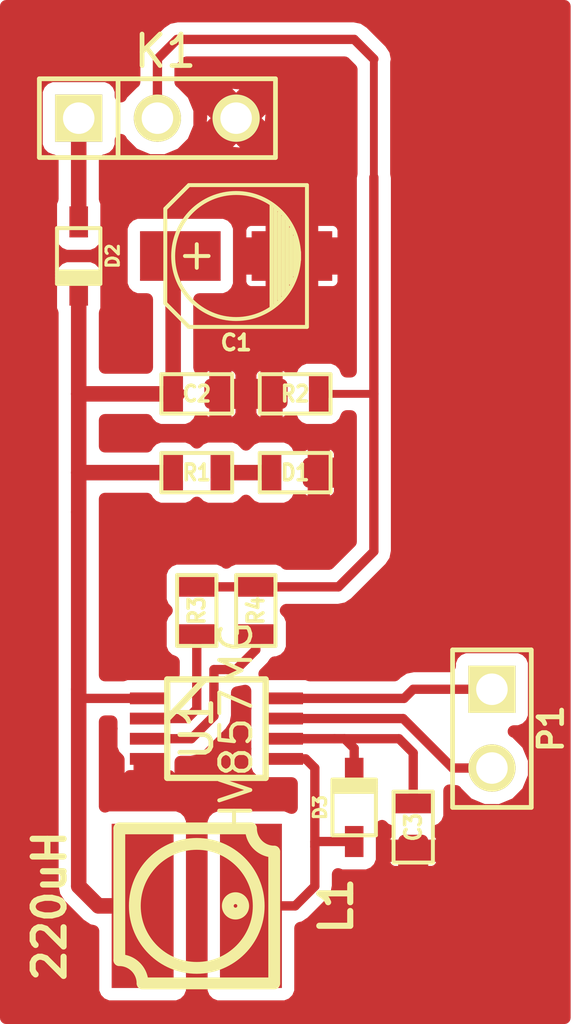
<source format=kicad_pcb>
(kicad_pcb (version 3) (host pcbnew "(2013-may-18)-stable")

  (general
    (links 24)
    (no_connects 1)
    (area 1.505227 4.762499 66.1162 52.020893)
    (thickness 1.6)
    (drawings 0)
    (tracks 57)
    (zones 0)
    (modules 14)
    (nets 12)
  )

  (page A3)
  (layers
    (15 F.Cu signal)
    (0 B.Cu signal)
    (16 B.Adhes user)
    (17 F.Adhes user)
    (18 B.Paste user)
    (19 F.Paste user)
    (20 B.SilkS user)
    (21 F.SilkS user)
    (22 B.Mask user)
    (23 F.Mask user)
    (24 Dwgs.User user)
    (25 Cmts.User user)
    (26 Eco1.User user)
    (27 Eco2.User user)
    (28 Edge.Cuts user)
  )

  (setup
    (last_trace_width 0.3)
    (user_trace_width 0.3)
    (user_trace_width 0.5)
    (user_trace_width 1)
    (trace_clearance 0.254)
    (zone_clearance 0.39878)
    (zone_45_only no)
    (trace_min 0.254)
    (segment_width 0.2)
    (edge_width 0.1)
    (via_size 0.889)
    (via_drill 0.635)
    (via_min_size 0.889)
    (via_min_drill 0.508)
    (uvia_size 0.508)
    (uvia_drill 0.127)
    (uvias_allowed no)
    (uvia_min_size 0.508)
    (uvia_min_drill 0.127)
    (pcb_text_width 0.3)
    (pcb_text_size 1.5 1.5)
    (mod_edge_width 0.15)
    (mod_text_size 1 1)
    (mod_text_width 0.15)
    (pad_size 1.5 1.5)
    (pad_drill 0.6)
    (pad_to_mask_clearance 0)
    (aux_axis_origin 0 0)
    (visible_elements FFFFFFBF)
    (pcbplotparams
      (layerselection 3178497)
      (usegerberextensions true)
      (excludeedgelayer true)
      (linewidth 0.150000)
      (plotframeref false)
      (viasonmask false)
      (mode 1)
      (useauxorigin false)
      (hpglpennumber 1)
      (hpglpenspeed 20)
      (hpglpendiameter 15)
      (hpglpenoverlay 2)
      (psnegative false)
      (psa4output false)
      (plotreference true)
      (plotvalue true)
      (plotothertext true)
      (plotinvisibletext false)
      (padsonsilk false)
      (subtractmaskfromsilk false)
      (outputformat 1)
      (mirror false)
      (drillshape 1)
      (scaleselection 1)
      (outputdirectory ""))
  )

  (net 0 "")
  (net 1 +5V)
  (net 2 GND)
  (net 3 N-0000010)
  (net 4 N-0000011)
  (net 5 N-000003)
  (net 6 N-000004)
  (net 7 N-000005)
  (net 8 N-000006)
  (net 9 N-000007)
  (net 10 N-000008)
  (net 11 N-000009)

  (net_class Default "This is the default net class."
    (clearance 0.254)
    (trace_width 0.254)
    (via_dia 0.889)
    (via_drill 0.635)
    (uvia_dia 0.508)
    (uvia_drill 0.127)
    (add_net "")
    (add_net +5V)
    (add_net GND)
    (add_net N-0000010)
    (add_net N-0000011)
    (add_net N-000003)
    (add_net N-000004)
    (add_net N-000005)
    (add_net N-000006)
    (add_net N-000007)
    (add_net N-000008)
    (add_net N-000009)
  )

  (module sod323 (layer F.Cu) (tedit 511019A4) (tstamp 51E1E5DF)
    (at 59.055 49.53 90)
    (descr SOD323)
    (path /51E1CFD8)
    (fp_text reference D3 (at 0 -1.09982 90) (layer F.SilkS)
      (effects (font (size 0.39878 0.39878) (thickness 0.09906)))
    )
    (fp_text value BAS21 (at 0 1.19888 90) (layer F.SilkS) hide
      (effects (font (size 0.39878 0.39878) (thickness 0.09906)))
    )
    (fp_line (start 0.8001 -0.70104) (end 0.8001 0.70104) (layer F.SilkS) (width 0.127))
    (fp_line (start 0.70104 0.70104) (end 0.70104 -0.70104) (layer F.SilkS) (width 0.127))
    (fp_line (start 0.59944 -0.70104) (end 0.59944 0.70104) (layer F.SilkS) (width 0.127))
    (fp_line (start 0.50038 -0.70104) (end 0.50038 0.70104) (layer F.SilkS) (width 0.127))
    (fp_line (start 0.89916 -0.70104) (end -0.89916 -0.70104) (layer F.SilkS) (width 0.127))
    (fp_line (start -0.89916 -0.70104) (end -0.89916 0.70104) (layer F.SilkS) (width 0.127))
    (fp_line (start -0.89916 0.70104) (end 0.89916 0.70104) (layer F.SilkS) (width 0.127))
    (fp_line (start 0.89916 0.70104) (end 0.89916 -0.70104) (layer F.SilkS) (width 0.127))
    (pad 2 smd rect (at 1.09982 0 90) (size 1.00076 0.59944)
      (layers F.Cu F.Paste F.Mask)
      (net 8 N-000006)
    )
    (pad 1 smd rect (at -1.09982 0 90) (size 1.00076 0.59944)
      (layers F.Cu F.Paste F.Mask)
      (net 4 N-0000011)
    )
    (model walter/smd_diode/sod323.wrl
      (at (xyz 0 0 0))
      (scale (xyz 1 1 1))
      (rotate (xyz 0 0 0))
    )
  )

  (module sod323 (layer F.Cu) (tedit 511019A4) (tstamp 51E1E5ED)
    (at 50.165 31.75 270)
    (descr SOD323)
    (path /51E1D780)
    (fp_text reference D2 (at 0 -1.09982 270) (layer F.SilkS)
      (effects (font (size 0.39878 0.39878) (thickness 0.09906)))
    )
    (fp_text value BAS21 (at 0 1.19888 270) (layer F.SilkS) hide
      (effects (font (size 0.39878 0.39878) (thickness 0.09906)))
    )
    (fp_line (start 0.8001 -0.70104) (end 0.8001 0.70104) (layer F.SilkS) (width 0.127))
    (fp_line (start 0.70104 0.70104) (end 0.70104 -0.70104) (layer F.SilkS) (width 0.127))
    (fp_line (start 0.59944 -0.70104) (end 0.59944 0.70104) (layer F.SilkS) (width 0.127))
    (fp_line (start 0.50038 -0.70104) (end 0.50038 0.70104) (layer F.SilkS) (width 0.127))
    (fp_line (start 0.89916 -0.70104) (end -0.89916 -0.70104) (layer F.SilkS) (width 0.127))
    (fp_line (start -0.89916 -0.70104) (end -0.89916 0.70104) (layer F.SilkS) (width 0.127))
    (fp_line (start -0.89916 0.70104) (end 0.89916 0.70104) (layer F.SilkS) (width 0.127))
    (fp_line (start 0.89916 0.70104) (end 0.89916 -0.70104) (layer F.SilkS) (width 0.127))
    (pad 2 smd rect (at 1.09982 0 270) (size 1.00076 0.59944)
      (layers F.Cu F.Paste F.Mask)
      (net 1 +5V)
    )
    (pad 1 smd rect (at -1.09982 0 270) (size 1.00076 0.59944)
      (layers F.Cu F.Paste F.Mask)
      (net 6 N-000004)
    )
    (model walter/smd_diode/sod323.wrl
      (at (xyz 0 0 0))
      (scale (xyz 1 1 1))
      (rotate (xyz 0 0 0))
    )
  )

  (module SM0603 (layer F.Cu) (tedit 4E43A3D1) (tstamp 51E1E5F7)
    (at 53.975 43.18 270)
    (path /51E1CF57)
    (attr smd)
    (fp_text reference R3 (at 0 0 270) (layer F.SilkS)
      (effects (font (size 0.508 0.4572) (thickness 0.1143)))
    )
    (fp_text value 560k (at 0 0 270) (layer F.SilkS) hide
      (effects (font (size 0.508 0.4572) (thickness 0.1143)))
    )
    (fp_line (start -1.143 -0.635) (end 1.143 -0.635) (layer F.SilkS) (width 0.127))
    (fp_line (start 1.143 -0.635) (end 1.143 0.635) (layer F.SilkS) (width 0.127))
    (fp_line (start 1.143 0.635) (end -1.143 0.635) (layer F.SilkS) (width 0.127))
    (fp_line (start -1.143 0.635) (end -1.143 -0.635) (layer F.SilkS) (width 0.127))
    (pad 1 smd rect (at -0.762 0 270) (size 0.635 1.143)
      (layers F.Cu F.Paste F.Mask)
      (net 10 N-000008)
    )
    (pad 2 smd rect (at 0.762 0 270) (size 0.635 1.143)
      (layers F.Cu F.Paste F.Mask)
      (net 9 N-000007)
    )
    (model smd\resistors\R0603.wrl
      (at (xyz 0 0 0.001))
      (scale (xyz 0.5 0.5 0.5))
      (rotate (xyz 0 0 0))
    )
  )

  (module SM0603 (layer F.Cu) (tedit 4E43A3D1) (tstamp 51E1E601)
    (at 55.88 43.18 270)
    (path /51E1CF66)
    (attr smd)
    (fp_text reference R4 (at 0 0 270) (layer F.SilkS)
      (effects (font (size 0.508 0.4572) (thickness 0.1143)))
    )
    (fp_text value 2m (at 0 0 270) (layer F.SilkS) hide
      (effects (font (size 0.508 0.4572) (thickness 0.1143)))
    )
    (fp_line (start -1.143 -0.635) (end 1.143 -0.635) (layer F.SilkS) (width 0.127))
    (fp_line (start 1.143 -0.635) (end 1.143 0.635) (layer F.SilkS) (width 0.127))
    (fp_line (start 1.143 0.635) (end -1.143 0.635) (layer F.SilkS) (width 0.127))
    (fp_line (start -1.143 0.635) (end -1.143 -0.635) (layer F.SilkS) (width 0.127))
    (pad 1 smd rect (at -0.762 0 270) (size 0.635 1.143)
      (layers F.Cu F.Paste F.Mask)
      (net 10 N-000008)
    )
    (pad 2 smd rect (at 0.762 0 270) (size 0.635 1.143)
      (layers F.Cu F.Paste F.Mask)
      (net 7 N-000005)
    )
    (model smd\resistors\R0603.wrl
      (at (xyz 0 0 0.001))
      (scale (xyz 0.5 0.5 0.5))
      (rotate (xyz 0 0 0))
    )
  )

  (module SM0603 (layer F.Cu) (tedit 4E43A3D1) (tstamp 51E1E60B)
    (at 60.96 50.165 270)
    (path /51E1D035)
    (attr smd)
    (fp_text reference C3 (at 0 0 270) (layer F.SilkS)
      (effects (font (size 0.508 0.4572) (thickness 0.1143)))
    )
    (fp_text value 3.3nF (at 0 0 270) (layer F.SilkS) hide
      (effects (font (size 0.508 0.4572) (thickness 0.1143)))
    )
    (fp_line (start -1.143 -0.635) (end 1.143 -0.635) (layer F.SilkS) (width 0.127))
    (fp_line (start 1.143 -0.635) (end 1.143 0.635) (layer F.SilkS) (width 0.127))
    (fp_line (start 1.143 0.635) (end -1.143 0.635) (layer F.SilkS) (width 0.127))
    (fp_line (start -1.143 0.635) (end -1.143 -0.635) (layer F.SilkS) (width 0.127))
    (pad 1 smd rect (at -0.762 0 270) (size 0.635 1.143)
      (layers F.Cu F.Paste F.Mask)
      (net 8 N-000006)
    )
    (pad 2 smd rect (at 0.762 0 270) (size 0.635 1.143)
      (layers F.Cu F.Paste F.Mask)
      (net 2 GND)
    )
    (model smd\resistors\R0603.wrl
      (at (xyz 0 0 0.001))
      (scale (xyz 0.5 0.5 0.5))
      (rotate (xyz 0 0 0))
    )
  )

  (module SM0603 (layer F.Cu) (tedit 51E2A1CA) (tstamp 51E1E615)
    (at 57.15 36.195 180)
    (path /51E1D48D)
    (attr smd)
    (fp_text reference R2 (at 0 0 180) (layer F.SilkS)
      (effects (font (size 0.508 0.4572) (thickness 0.1143)))
    )
    (fp_text value 10k (at 0 0 180) (layer F.SilkS) hide
      (effects (font (size 0.508 0.4572) (thickness 0.1143)))
    )
    (fp_line (start -1.143 -0.635) (end 1.143 -0.635) (layer F.SilkS) (width 0.127))
    (fp_line (start 1.143 -0.635) (end 1.143 0.635) (layer F.SilkS) (width 0.127))
    (fp_line (start 1.143 0.635) (end -1.143 0.635) (layer F.SilkS) (width 0.127))
    (fp_line (start -1.143 0.635) (end -1.143 -0.635) (layer F.SilkS) (width 0.127))
    (pad 1 smd rect (at -0.762 0 180) (size 0.635 1.143)
      (layers F.Cu F.Paste F.Mask)
      (net 10 N-000008)
    )
    (pad 2 smd rect (at 0.762 0 180) (size 0.635 1.143)
      (layers F.Cu F.Paste F.Mask)
      (net 2 GND)
    )
    (model smd\resistors\R0603.wrl
      (at (xyz 0 0 0.001))
      (scale (xyz 0.5 0.5 0.5))
      (rotate (xyz 0 0 0))
    )
  )

  (module SM0603 (layer F.Cu) (tedit 51E2A1B3) (tstamp 51E1E61F)
    (at 53.975 38.735)
    (path /51E1D73F)
    (attr smd)
    (fp_text reference R1 (at 0 0) (layer F.SilkS)
      (effects (font (size 0.508 0.4572) (thickness 0.1143)))
    )
    (fp_text value 1k (at 0 0) (layer F.SilkS) hide
      (effects (font (size 0.508 0.4572) (thickness 0.1143)))
    )
    (fp_line (start -1.143 -0.635) (end 1.143 -0.635) (layer F.SilkS) (width 0.127))
    (fp_line (start 1.143 -0.635) (end 1.143 0.635) (layer F.SilkS) (width 0.127))
    (fp_line (start 1.143 0.635) (end -1.143 0.635) (layer F.SilkS) (width 0.127))
    (fp_line (start -1.143 0.635) (end -1.143 -0.635) (layer F.SilkS) (width 0.127))
    (pad 1 smd rect (at -0.762 0) (size 0.635 1.143)
      (layers F.Cu F.Paste F.Mask)
      (net 1 +5V)
    )
    (pad 2 smd rect (at 0.762 0) (size 0.635 1.143)
      (layers F.Cu F.Paste F.Mask)
      (net 5 N-000003)
    )
    (model smd\resistors\R0603.wrl
      (at (xyz 0 0 0.001))
      (scale (xyz 0.5 0.5 0.5))
      (rotate (xyz 0 0 0))
    )
  )

  (module SM0603 (layer F.Cu) (tedit 51E2A186) (tstamp 51E1E629)
    (at 57.15 38.735)
    (path /51E1D7FF)
    (attr smd)
    (fp_text reference D1 (at 0 0) (layer F.SilkS)
      (effects (font (size 0.508 0.4572) (thickness 0.1143)))
    )
    (fp_text value LED (at 0 0) (layer F.SilkS) hide
      (effects (font (size 0.508 0.4572) (thickness 0.1143)))
    )
    (fp_line (start -1.143 -0.635) (end 1.143 -0.635) (layer F.SilkS) (width 0.127))
    (fp_line (start 1.143 -0.635) (end 1.143 0.635) (layer F.SilkS) (width 0.127))
    (fp_line (start 1.143 0.635) (end -1.143 0.635) (layer F.SilkS) (width 0.127))
    (fp_line (start -1.143 0.635) (end -1.143 -0.635) (layer F.SilkS) (width 0.127))
    (pad 1 smd rect (at -0.762 0) (size 0.635 1.143)
      (layers F.Cu F.Paste F.Mask)
      (net 5 N-000003)
    )
    (pad 2 smd rect (at 0.762 0) (size 0.635 1.143)
      (layers F.Cu F.Paste F.Mask)
      (net 2 GND)
    )
    (model smd\resistors\R0603.wrl
      (at (xyz 0 0 0.001))
      (scale (xyz 0.5 0.5 0.5))
      (rotate (xyz 0 0 0))
    )
  )

  (module SM0603 (layer F.Cu) (tedit 4E43A3D1) (tstamp 51E1E633)
    (at 53.975 36.195)
    (path /51E1DB84)
    (attr smd)
    (fp_text reference C2 (at 0 0) (layer F.SilkS)
      (effects (font (size 0.508 0.4572) (thickness 0.1143)))
    )
    (fp_text value 100nF (at 0 0) (layer F.SilkS) hide
      (effects (font (size 0.508 0.4572) (thickness 0.1143)))
    )
    (fp_line (start -1.143 -0.635) (end 1.143 -0.635) (layer F.SilkS) (width 0.127))
    (fp_line (start 1.143 -0.635) (end 1.143 0.635) (layer F.SilkS) (width 0.127))
    (fp_line (start 1.143 0.635) (end -1.143 0.635) (layer F.SilkS) (width 0.127))
    (fp_line (start -1.143 0.635) (end -1.143 -0.635) (layer F.SilkS) (width 0.127))
    (pad 1 smd rect (at -0.762 0) (size 0.635 1.143)
      (layers F.Cu F.Paste F.Mask)
      (net 1 +5V)
    )
    (pad 2 smd rect (at 0.762 0) (size 0.635 1.143)
      (layers F.Cu F.Paste F.Mask)
      (net 2 GND)
    )
    (model smd\resistors\R0603.wrl
      (at (xyz 0 0 0.001))
      (scale (xyz 0.5 0.5 0.5))
      (rotate (xyz 0 0 0))
    )
  )

  (module PIN_ARRAY_3X1 (layer F.Cu) (tedit 4C1130E0) (tstamp 51E1E63F)
    (at 52.705 27.305)
    (descr "Connecteur 3 pins")
    (tags "CONN DEV")
    (path /51E1D1CF)
    (fp_text reference K1 (at 0.254 -2.159) (layer F.SilkS)
      (effects (font (size 1.016 1.016) (thickness 0.1524)))
    )
    (fp_text value CONN_3 (at 0 -2.159) (layer F.SilkS) hide
      (effects (font (size 1.016 1.016) (thickness 0.1524)))
    )
    (fp_line (start -3.81 1.27) (end -3.81 -1.27) (layer F.SilkS) (width 0.1524))
    (fp_line (start -3.81 -1.27) (end 3.81 -1.27) (layer F.SilkS) (width 0.1524))
    (fp_line (start 3.81 -1.27) (end 3.81 1.27) (layer F.SilkS) (width 0.1524))
    (fp_line (start 3.81 1.27) (end -3.81 1.27) (layer F.SilkS) (width 0.1524))
    (fp_line (start -1.27 -1.27) (end -1.27 1.27) (layer F.SilkS) (width 0.1524))
    (pad 1 thru_hole rect (at -2.54 0) (size 1.524 1.524) (drill 1.016)
      (layers *.Cu *.Mask F.SilkS)
      (net 6 N-000004)
    )
    (pad 2 thru_hole circle (at 0 0) (size 1.524 1.524) (drill 1.016)
      (layers *.Cu *.Mask F.SilkS)
      (net 10 N-000008)
    )
    (pad 3 thru_hole circle (at 2.54 0) (size 1.524 1.524) (drill 1.016)
      (layers *.Cu *.Mask F.SilkS)
      (net 2 GND)
    )
    (model pin_array/pins_array_3x1.wrl
      (at (xyz 0 0 0))
      (scale (xyz 1 1 1))
      (rotate (xyz 0 0 0))
    )
  )

  (module PIN_ARRAY_2X1 (layer F.Cu) (tedit 4565C520) (tstamp 51E1E649)
    (at 63.5 46.99 270)
    (descr "Connecteurs 2 pins")
    (tags "CONN DEV")
    (path /51E1D10F)
    (fp_text reference P1 (at 0 -1.905 270) (layer F.SilkS)
      (effects (font (size 0.762 0.762) (thickness 0.1524)))
    )
    (fp_text value CONN_2 (at 0 -1.905 270) (layer F.SilkS) hide
      (effects (font (size 0.762 0.762) (thickness 0.1524)))
    )
    (fp_line (start -2.54 1.27) (end -2.54 -1.27) (layer F.SilkS) (width 0.1524))
    (fp_line (start -2.54 -1.27) (end 2.54 -1.27) (layer F.SilkS) (width 0.1524))
    (fp_line (start 2.54 -1.27) (end 2.54 1.27) (layer F.SilkS) (width 0.1524))
    (fp_line (start 2.54 1.27) (end -2.54 1.27) (layer F.SilkS) (width 0.1524))
    (pad 1 thru_hole rect (at -1.27 0 270) (size 1.524 1.524) (drill 1.016)
      (layers *.Cu *.Mask F.SilkS)
      (net 3 N-0000010)
    )
    (pad 2 thru_hole circle (at 1.27 0 270) (size 1.524 1.524) (drill 1.016)
      (layers *.Cu *.Mask F.SilkS)
      (net 11 N-000009)
    )
    (model pin_array/pins_array_2x1.wrl
      (at (xyz 0 0 0))
      (scale (xyz 1 1 1))
      (rotate (xyz 0 0 0))
    )
  )

  (module MSOP_8 (layer F.Cu) (tedit 51E1E848) (tstamp 51E1E65A)
    (at 54.61 46.99 270)
    (path /51E1CF2B)
    (fp_text reference U1 (at 0 0.635 270) (layer F.SilkS)
      (effects (font (size 1.00076 1.00076) (thickness 0.1524)))
    )
    (fp_text value HV857MG (at 0 -0.635 270) (layer F.SilkS)
      (effects (font (size 1.00076 1.00076) (thickness 0.127)))
    )
    (fp_line (start -0.3175 1.5875) (end -1.5875 0.381) (layer F.SilkS) (width 0.2032))
    (fp_line (start -1.5875 1.5875) (end 1.5875 1.5875) (layer F.SilkS) (width 0.2032))
    (fp_line (start 1.5875 1.5875) (end 1.5875 -1.5875) (layer F.SilkS) (width 0.2032))
    (fp_line (start 1.5875 -1.5875) (end -1.5875 -1.5875) (layer F.SilkS) (width 0.2032))
    (fp_line (start -1.5875 -1.5875) (end -1.5875 1.5875) (layer F.SilkS) (width 0.2032))
    (pad 1 smd rect (at -0.97536 2.159 270) (size 0.381 1.27)
      (layers F.Cu F.Paste F.Mask)
      (net 1 +5V)
    )
    (pad 2 smd rect (at -0.32512 2.159 270) (size 0.381 1.27)
      (layers F.Cu F.Paste F.Mask)
      (net 9 N-000007)
    )
    (pad 3 smd rect (at 0.32512 2.159 270) (size 0.381 1.27)
      (layers F.Cu F.Paste F.Mask)
      (net 7 N-000005)
    )
    (pad 4 smd rect (at 0.97536 2.159 270) (size 0.381 1.27)
      (layers F.Cu F.Paste F.Mask)
      (net 2 GND)
    )
    (pad 5 smd rect (at 0.97536 -2.159 270) (size 0.381 1.27)
      (layers F.Cu F.Paste F.Mask)
      (net 4 N-0000011)
    )
    (pad 6 smd rect (at 0.32512 -2.159 270) (size 0.381 1.27)
      (layers F.Cu F.Paste F.Mask)
      (net 8 N-000006)
    )
    (pad 7 smd rect (at -0.32512 -2.159 270) (size 0.381 1.27)
      (layers F.Cu F.Paste F.Mask)
      (net 11 N-000009)
    )
    (pad 8 smd rect (at -0.97536 -2.159 270) (size 0.381 1.27)
      (layers F.Cu F.Paste F.Mask)
      (net 3 N-0000010)
    )
    (model smd/MSOP_8.wrl
      (at (xyz 0 0 0.001))
      (scale (xyz 0.3937 0.3937 0.3937))
      (rotate (xyz 0 0 0))
    )
  )

  (module inductor_smd_4.8x2.8mm (layer F.Cu) (tedit 5012693E) (tstamp 51E1E668)
    (at 53.975 52.705 270)
    (descr "Inductor SMD, d.4.8mm x h.2.8mm")
    (path /51E1D01D)
    (fp_text reference L1 (at 0 -4.50088 270) (layer F.SilkS)
      (effects (font (size 0.99822 0.99822) (thickness 0.19812)))
    )
    (fp_text value 220uH (at 0 4.7498 270) (layer F.SilkS)
      (effects (font (size 0.99822 0.99822) (thickness 0.19812)))
    )
    (fp_circle (center 0 -1.24968) (end 0 -1.00076) (layer F.SilkS) (width 0.381))
    (fp_line (start -1.75006 -2.49936) (end 2.49936 -2.49936) (layer F.SilkS) (width 0.381))
    (fp_line (start 2.49936 -2.49936) (end 2.49936 1.75006) (layer F.SilkS) (width 0.381))
    (fp_line (start 1.75006 2.49936) (end -2.49936 2.49936) (layer F.SilkS) (width 0.381))
    (fp_line (start -2.49936 2.49936) (end -2.49936 -1.75006) (layer F.SilkS) (width 0.381))
    (fp_arc (start 2.49936 2.49936) (end 1.75006 2.49936) (angle 90) (layer F.SilkS) (width 0.381))
    (fp_arc (start -2.49936 -2.49936) (end -1.75006 -2.49936) (angle 90) (layer F.SilkS) (width 0.381))
    (fp_circle (center 0 0) (end -1.99898 0) (layer F.SilkS) (width 0.381))
    (pad 1 smd rect (at 0 -1.74752 270) (size 5.2959 1.99898)
      (layers F.Cu F.Paste F.Mask)
      (net 4 N-0000011)
    )
    (pad 2 smd rect (at 0 1.74752 270) (size 5.2959 1.99898)
      (layers F.Cu F.Paste F.Mask)
      (net 1 +5V)
    )
    (model walter/smd_inductors/inductor_smd_4.8x2.8mm.wrl
      (at (xyz 0 0 0))
      (scale (xyz 1 1 1))
      (rotate (xyz 0 0 0))
    )
  )

  (module c_elec_4x4.5 (layer F.Cu) (tedit 49F5A3C5) (tstamp 51E1E67F)
    (at 55.245 31.75 180)
    (descr "SMT capacitor, aluminium electrolytic, 4x4.5")
    (path /51E1D30F)
    (fp_text reference C1 (at 0 -2.794 180) (layer F.SilkS)
      (effects (font (size 0.50038 0.50038) (thickness 0.11938)))
    )
    (fp_text value 4.7uF (at 0 2.794 180) (layer F.SilkS) hide
      (effects (font (size 0.50038 0.50038) (thickness 0.11938)))
    )
    (fp_line (start 1.651 0) (end 0.889 0) (layer F.SilkS) (width 0.127))
    (fp_line (start 1.27 -0.381) (end 1.27 0.381) (layer F.SilkS) (width 0.127))
    (fp_line (start 1.524 2.286) (end -2.286 2.286) (layer F.SilkS) (width 0.127))
    (fp_line (start 2.286 -1.524) (end 2.286 1.524) (layer F.SilkS) (width 0.127))
    (fp_line (start 1.524 2.286) (end 2.286 1.524) (layer F.SilkS) (width 0.127))
    (fp_line (start 1.524 -2.286) (end -2.286 -2.286) (layer F.SilkS) (width 0.127))
    (fp_line (start 1.524 -2.286) (end 2.286 -1.524) (layer F.SilkS) (width 0.127))
    (fp_line (start -2.032 0.127) (end -2.032 -0.127) (layer F.SilkS) (width 0.127))
    (fp_line (start -1.905 -0.635) (end -1.905 0.635) (layer F.SilkS) (width 0.127))
    (fp_line (start -1.778 0.889) (end -1.778 -0.889) (layer F.SilkS) (width 0.127))
    (fp_line (start -1.651 1.143) (end -1.651 -1.143) (layer F.SilkS) (width 0.127))
    (fp_line (start -1.524 -1.27) (end -1.524 1.27) (layer F.SilkS) (width 0.127))
    (fp_line (start -1.397 1.397) (end -1.397 -1.397) (layer F.SilkS) (width 0.127))
    (fp_line (start -1.27 -1.524) (end -1.27 1.524) (layer F.SilkS) (width 0.127))
    (fp_line (start -1.143 -1.651) (end -1.143 1.651) (layer F.SilkS) (width 0.127))
    (fp_circle (center 0 0) (end -2.032 0) (layer F.SilkS) (width 0.127))
    (fp_line (start -2.286 -2.286) (end -2.286 2.286) (layer F.SilkS) (width 0.127))
    (pad 1 smd rect (at 1.80086 0 180) (size 2.60096 1.6002)
      (layers F.Cu F.Paste F.Mask)
      (net 1 +5V)
    )
    (pad 2 smd rect (at -1.80086 0 180) (size 2.60096 1.6002)
      (layers F.Cu F.Paste F.Mask)
      (net 2 GND)
    )
    (model smd/capacitors/c_elec_4x4_5.wrl
      (at (xyz 0 0 0))
      (scale (xyz 1 1 1))
      (rotate (xyz 0 0 0))
    )
  )

  (segment (start 53.213 38.735) (end 50.165 38.735) (width 0.5) (layer F.Cu) (net 1))
  (segment (start 50.165 36.195) (end 50.165 38.735) (width 0.5) (layer F.Cu) (net 1))
  (segment (start 50.165 38.735) (end 50.165 40.005) (width 0.5) (layer F.Cu) (net 1) (tstamp 51E2A278))
  (segment (start 50.165 40.005) (end 50.165 45.72) (width 0.5) (layer F.Cu) (net 1))
  (segment (start 52.451 46.01464) (end 50.165 46.01464) (width 0.3) (layer F.Cu) (net 1))
  (segment (start 50.165 46.01464) (end 50.165 45.72) (width 0.3) (layer F.Cu) (net 1) (tstamp 51E1E981))
  (segment (start 50.165 45.72) (end 50.165 52.07) (width 0.5) (layer F.Cu) (net 1) (tstamp 51E1E985))
  (segment (start 50.165 52.07) (end 50.8 52.705) (width 0.5) (layer F.Cu) (net 1) (tstamp 51E1E978))
  (segment (start 50.8 52.705) (end 52.22748 52.705) (width 0.5) (layer F.Cu) (net 1) (tstamp 51E1E97A))
  (segment (start 53.213 36.195) (end 53.213 31.98114) (width 0.5) (layer F.Cu) (net 1))
  (segment (start 53.213 31.98114) (end 53.44414 31.75) (width 0.5) (layer F.Cu) (net 1) (tstamp 51E1E975))
  (segment (start 50.165 36.195) (end 53.34 36.195) (width 0.5) (layer F.Cu) (net 1))
  (segment (start 50.165 32.84982) (end 50.165 36.195) (width 0.5) (layer F.Cu) (net 1))
  (segment (start 53.34 36.195) (end 53.213 36.195) (width 0.5) (layer F.Cu) (net 1) (tstamp 51E1E974))
  (segment (start 56.769 46.01464) (end 60.66536 46.01464) (width 0.3) (layer F.Cu) (net 3))
  (segment (start 60.96 45.72) (end 63.5 45.72) (width 0.3) (layer F.Cu) (net 3) (tstamp 51E1E948))
  (segment (start 60.66536 46.01464) (end 60.96 45.72) (width 0.3) (layer F.Cu) (net 3) (tstamp 51E1E946))
  (segment (start 57.785 52.07) (end 57.15 52.705) (width 0.3) (layer F.Cu) (net 4))
  (segment (start 57.785 50.8) (end 57.785 52.07) (width 0.3) (layer F.Cu) (net 4))
  (segment (start 57.15 52.705) (end 55.72252 52.705) (width 0.3) (layer F.Cu) (net 4) (tstamp 51E1E93E))
  (segment (start 59.055 50.62982) (end 57.785 50.62982) (width 0.3) (layer F.Cu) (net 4))
  (segment (start 57.785 50.62982) (end 57.785 50.8) (width 0.3) (layer F.Cu) (net 4) (tstamp 51E1E921))
  (segment (start 57.49036 47.96536) (end 56.769 47.96536) (width 0.3) (layer F.Cu) (net 4))
  (segment (start 57.785 48.26) (end 57.785 50.8) (width 0.3) (layer F.Cu) (net 4) (tstamp 51E1E919))
  (segment (start 57.49036 47.96536) (end 57.785 48.26) (width 0.3) (layer F.Cu) (net 4) (tstamp 51E1E918))
  (segment (start 54.737 38.735) (end 56.388 38.735) (width 0.5) (layer F.Cu) (net 5))
  (segment (start 50.165 27.305) (end 50.165 30.65018) (width 0.5) (layer F.Cu) (net 6))
  (segment (start 54.529002 45.085) (end 55.245 45.085) (width 0.3) (layer F.Cu) (net 7))
  (segment (start 52.451 47.31512) (end 53.798358 47.31512) (width 0.3) (layer F.Cu) (net 7))
  (segment (start 54.529002 46.584476) (end 54.529002 45.085) (width 0.3) (layer F.Cu) (net 7) (tstamp 51E2A2BC))
  (segment (start 53.798358 47.31512) (end 54.529002 46.584476) (width 0.3) (layer F.Cu) (net 7) (tstamp 51E2A2BB))
  (segment (start 55.88 44.45) (end 55.88 43.942) (width 0.3) (layer F.Cu) (net 7) (tstamp 51E2A2CC) (status 800000))
  (segment (start 55.245 45.085) (end 55.88 44.45) (width 0.3) (layer F.Cu) (net 7) (tstamp 51E2A2C8))
  (segment (start 56.769 47.31512) (end 58.74512 47.31512) (width 0.3) (layer F.Cu) (net 8))
  (segment (start 59.055 47.625) (end 59.055 48.43018) (width 0.3) (layer F.Cu) (net 8) (tstamp 51E2A266))
  (segment (start 58.74512 47.31512) (end 59.055 47.625) (width 0.3) (layer F.Cu) (net 8) (tstamp 51E2A265))
  (segment (start 58.42 47.31512) (end 60.501642 47.31512) (width 0.3) (layer F.Cu) (net 8))
  (segment (start 56.769 47.31512) (end 58.42 47.31512) (width 0.3) (layer F.Cu) (net 8))
  (segment (start 60.96 47.773478) (end 60.96 49.403) (width 0.3) (layer F.Cu) (net 8) (tstamp 51E2A220))
  (segment (start 60.501642 47.31512) (end 60.96 47.773478) (width 0.3) (layer F.Cu) (net 8) (tstamp 51E2A21F))
  (segment (start 52.451 46.66488) (end 53.66512 46.66488) (width 0.3) (layer F.Cu) (net 9))
  (segment (start 53.975 46.355) (end 53.975 43.942) (width 0.3) (layer F.Cu) (net 9) (tstamp 51E1E9F2))
  (segment (start 53.66512 46.66488) (end 53.975 46.355) (width 0.3) (layer F.Cu) (net 9) (tstamp 51E1E9F1))
  (segment (start 59.69 29.21) (end 59.69 25.4) (width 0.254) (layer F.Cu) (net 10))
  (segment (start 59.69 36.195) (end 59.69 29.21) (width 0.3) (layer F.Cu) (net 10) (tstamp 51E2A1FC))
  (segment (start 59.69 25.4) (end 59.055 24.765) (width 0.3) (layer F.Cu) (net 10) (tstamp 51E1EA0F))
  (segment (start 59.055 24.765) (end 53.34 24.765) (width 0.3) (layer F.Cu) (net 10) (tstamp 51E1EA13))
  (segment (start 53.34 24.765) (end 52.705 25.4) (width 0.3) (layer F.Cu) (net 10) (tstamp 51E1EA14))
  (segment (start 52.705 25.4) (end 52.705 27.305) (width 0.3) (layer F.Cu) (net 10) (tstamp 51E1EA15))
  (segment (start 57.912 36.195) (end 59.69 36.195) (width 0.254) (layer F.Cu) (net 10))
  (segment (start 55.88 42.418) (end 58.547 42.418) (width 0.3) (layer F.Cu) (net 10))
  (segment (start 59.69 41.275) (end 59.69 36.195) (width 0.3) (layer F.Cu) (net 10) (tstamp 51E1EA0A))
  (segment (start 58.547 42.418) (end 59.69 41.275) (width 0.3) (layer F.Cu) (net 10) (tstamp 51E1EA09))
  (segment (start 53.975 42.418) (end 55.88 42.418) (width 0.3) (layer F.Cu) (net 10))
  (segment (start 63.5 48.26) (end 62.23 48.26) (width 0.3) (layer F.Cu) (net 11))
  (segment (start 60.63488 46.66488) (end 62.23 48.26) (width 0.3) (layer F.Cu) (net 11) (tstamp 51E1E94B))
  (segment (start 60.63488 46.66488) (end 56.769 46.66488) (width 0.3) (layer F.Cu) (net 11))

  (zone (net 2) (net_name GND) (layer F.Cu) (tstamp 51E2A288) (hatch edge 0.508)
    (connect_pads (clearance 0.39878))
    (min_thickness 0.39878)
    (fill (arc_segments 16) (thermal_gap 0.17018) (thermal_bridge_width 1.99898))
    (polygon
      (pts
        (xy 47.625 23.495) (xy 66.04 23.495) (xy 66.04 56.515) (xy 47.625 56.515)
      )
    )
    (filled_polygon
      (pts
        (xy 65.84061 56.31561) (xy 64.860405 56.31561) (xy 64.860405 47.990632) (xy 64.653768 47.490532) (xy 64.27148 47.107577)
        (xy 64.205724 47.080273) (xy 64.380461 47.080273) (xy 64.600393 46.989399) (xy 64.768807 46.821278) (xy 64.860065 46.601505)
        (xy 64.860273 46.363539) (xy 64.860273 44.839539) (xy 64.769399 44.619607) (xy 64.601278 44.451193) (xy 64.381505 44.359935)
        (xy 64.143539 44.359727) (xy 62.619539 44.359727) (xy 62.399607 44.450601) (xy 62.231193 44.618722) (xy 62.139935 44.838495)
        (xy 62.139818 44.97183) (xy 60.96 44.97183) (xy 60.673688 45.028781) (xy 60.430964 45.190964) (xy 60.430963 45.190964)
        (xy 60.430963 45.190965) (xy 60.355458 45.26647) (xy 57.620786 45.26647) (xy 57.523505 45.226075) (xy 57.285539 45.225867)
        (xy 56.162205 45.225867) (xy 56.409036 44.979037) (xy 56.409036 44.979036) (xy 56.490061 44.857773) (xy 56.569961 44.857773)
        (xy 56.789893 44.766899) (xy 56.958307 44.598778) (xy 57.049565 44.379005) (xy 57.049773 44.141039) (xy 57.049773 43.506039)
        (xy 56.958899 43.286107) (xy 56.852939 43.179962) (xy 56.866755 43.16617) (xy 58.547 43.16617) (xy 58.833312 43.109219)
        (xy 59.076036 42.947036) (xy 60.219036 41.804036) (xy 60.381219 41.561313) (xy 60.381219 41.561312) (xy 60.43817 41.275)
        (xy 60.43817 36.195) (xy 60.43817 29.21) (xy 60.41517 29.094371) (xy 60.41517 25.515623) (xy 60.438169 25.4)
        (xy 60.381218 25.113687) (xy 60.219036 24.870963) (xy 59.584036 24.235964) (xy 59.341312 24.073781) (xy 59.055 24.01683)
        (xy 53.34 24.01683) (xy 53.053688 24.073781) (xy 52.973146 24.127597) (xy 52.810963 24.235964) (xy 52.175964 24.870964)
        (xy 52.013781 25.113688) (xy 51.95683 25.4) (xy 51.95683 26.142431) (xy 51.935532 26.151232) (xy 51.552577 26.53352)
        (xy 51.525273 26.599275) (xy 51.525273 26.424539) (xy 51.434399 26.204607) (xy 51.266278 26.036193) (xy 51.046505 25.944935)
        (xy 50.808539 25.944727) (xy 49.284539 25.944727) (xy 49.064607 26.035601) (xy 48.896193 26.203722) (xy 48.804935 26.423495)
        (xy 48.804727 26.661461) (xy 48.804727 28.185461) (xy 48.895601 28.405393) (xy 49.063722 28.573807) (xy 49.283495 28.665065)
        (xy 49.31683 28.665094) (xy 49.31683 29.910809) (xy 49.267215 30.030295) (xy 49.267007 30.268261) (xy 49.267007 31.269021)
        (xy 49.357881 31.488953) (xy 49.526002 31.657367) (xy 49.745775 31.748625) (xy 49.983741 31.748833) (xy 50.583181 31.748833)
        (xy 50.803113 31.657959) (xy 50.971527 31.489838) (xy 51.062785 31.270065) (xy 51.062993 31.032099) (xy 51.062993 30.031339)
        (xy 51.01317 29.910758) (xy 51.01317 28.665273) (xy 51.045461 28.665273) (xy 51.265393 28.574399) (xy 51.433807 28.406278)
        (xy 51.525065 28.186505) (xy 51.525217 28.011509) (xy 51.551232 28.074468) (xy 51.93352 28.457423) (xy 52.433259 28.664933)
        (xy 52.974368 28.665405) (xy 53.474468 28.458768) (xy 53.857423 28.07648) (xy 54.064933 27.576741) (xy 54.065405 27.035632)
        (xy 53.858768 26.535532) (xy 53.47648 26.152577) (xy 53.45317 26.142897) (xy 53.45317 25.709902) (xy 53.649902 25.51317)
        (xy 58.745097 25.51317) (xy 58.96483 25.732902) (xy 58.96483 29.094371) (xy 58.94183 29.21) (xy 58.94183 35.46983)
        (xy 58.813224 35.46983) (xy 58.736899 35.285107) (xy 58.715974 35.264145) (xy 58.715974 32.476911) (xy 58.715974 31.023089)
        (xy 58.715846 30.876065) (xy 58.659463 30.740282) (xy 58.555411 30.636411) (xy 58.419529 30.580266) (xy 57.788492 30.58033)
        (xy 57.6961 30.672722) (xy 57.6961 31.34995) (xy 58.623518 31.34995) (xy 58.71591 31.257558) (xy 58.715974 31.023089)
        (xy 58.715974 32.476911) (xy 58.71591 32.242442) (xy 58.623518 32.15005) (xy 57.6961 32.15005) (xy 57.6961 32.827278)
        (xy 57.788492 32.91967) (xy 58.419529 32.919734) (xy 58.555411 32.863589) (xy 58.659463 32.759718) (xy 58.715846 32.623935)
        (xy 58.715974 32.476911) (xy 58.715974 35.264145) (xy 58.568778 35.116693) (xy 58.349005 35.025435) (xy 58.111039 35.025227)
        (xy 57.476039 35.025227) (xy 57.256107 35.116101) (xy 57.087693 35.284222) (xy 57.041735 35.394898) (xy 56.999605 35.394898)
        (xy 56.914571 35.310011) (xy 56.778689 35.253866) (xy 56.639142 35.25393) (xy 56.54675 35.346322) (xy 56.54675 35.90925)
        (xy 56.7055 35.90925) (xy 56.7055 36.48075) (xy 56.54675 36.48075) (xy 56.54675 37.043678) (xy 56.639142 37.13607)
        (xy 56.778689 37.136134) (xy 56.914571 37.079989) (xy 56.999605 36.995102) (xy 57.041736 36.995102) (xy 57.087101 37.104893)
        (xy 57.255222 37.273307) (xy 57.474995 37.364565) (xy 57.712961 37.364773) (xy 58.347961 37.364773) (xy 58.567893 37.273899)
        (xy 58.736307 37.105778) (xy 58.813378 36.92017) (xy 58.94183 36.92017) (xy 58.94183 40.965098) (xy 58.599134 41.307794)
        (xy 58.599134 39.233311) (xy 58.599134 38.236689) (xy 58.599006 38.089665) (xy 58.542623 37.953882) (xy 58.438571 37.850011)
        (xy 58.302689 37.793866) (xy 58.163142 37.79393) (xy 58.07075 37.886322) (xy 58.07075 38.44925) (xy 58.506678 38.44925)
        (xy 58.59907 38.356858) (xy 58.599134 38.236689) (xy 58.599134 39.233311) (xy 58.59907 39.113142) (xy 58.506678 39.02075)
        (xy 58.07075 39.02075) (xy 58.07075 39.583678) (xy 58.163142 39.67607) (xy 58.302689 39.676134) (xy 58.438571 39.619989)
        (xy 58.542623 39.516118) (xy 58.599006 39.380335) (xy 58.599134 39.233311) (xy 58.599134 41.307794) (xy 58.237098 41.66983)
        (xy 56.866782 41.66983) (xy 56.790778 41.593693) (xy 56.571005 41.502435) (xy 56.333039 41.502227) (xy 55.190039 41.502227)
        (xy 54.970107 41.593101) (xy 54.927573 41.63556) (xy 54.885778 41.593693) (xy 54.666005 41.502435) (xy 54.428039 41.502227)
        (xy 53.285039 41.502227) (xy 53.065107 41.593101) (xy 52.896693 41.761222) (xy 52.805435 41.980995) (xy 52.805227 42.218961)
        (xy 52.805227 42.853961) (xy 52.896101 43.073893) (xy 53.00206 43.180037) (xy 52.896693 43.285222) (xy 52.805435 43.504995)
        (xy 52.805227 43.742961) (xy 52.805227 44.377961) (xy 52.896101 44.597893) (xy 53.064222 44.766307) (xy 53.22683 44.833827)
        (xy 53.22683 45.234929) (xy 53.205505 45.226075) (xy 52.967539 45.225867) (xy 51.697539 45.225867) (xy 51.599272 45.26647)
        (xy 51.01317 45.26647) (xy 51.01317 40.005) (xy 51.01317 39.58317) (xy 52.362597 39.58317) (xy 52.388101 39.644893)
        (xy 52.556222 39.813307) (xy 52.775995 39.904565) (xy 53.013961 39.904773) (xy 53.648961 39.904773) (xy 53.868893 39.813899)
        (xy 53.975037 39.707939) (xy 54.080222 39.813307) (xy 54.299995 39.904565) (xy 54.537961 39.904773) (xy 55.172961 39.904773)
        (xy 55.392893 39.813899) (xy 55.561307 39.645778) (xy 55.562389 39.643171) (xy 55.563101 39.644893) (xy 55.731222 39.813307)
        (xy 55.950995 39.904565) (xy 56.188961 39.904773) (xy 56.823961 39.904773) (xy 57.043893 39.813899) (xy 57.212307 39.645778)
        (xy 57.258262 39.535102) (xy 57.300394 39.535102) (xy 57.385429 39.619989) (xy 57.521311 39.676134) (xy 57.660858 39.67607)
        (xy 57.75325 39.583678) (xy 57.75325 39.02075) (xy 57.5945 39.02075) (xy 57.5945 38.44925) (xy 57.75325 38.44925)
        (xy 57.75325 37.886322) (xy 57.660858 37.79393) (xy 57.521311 37.793866) (xy 57.385429 37.850011) (xy 57.300394 37.934898)
        (xy 57.258263 37.934898) (xy 57.212899 37.825107) (xy 57.044778 37.656693) (xy 56.825005 37.565435) (xy 56.587039 37.565227)
        (xy 56.39562 37.565227) (xy 56.39562 32.827278) (xy 56.39562 32.15005) (xy 56.39562 31.34995) (xy 56.39562 30.672722)
        (xy 56.392866 30.669968) (xy 56.392866 27.188753) (xy 56.349976 26.973129) (xy 56.21487 26.873946) (xy 55.783815 27.305)
        (xy 56.21487 27.736054) (xy 56.349976 27.636871) (xy 56.392866 27.188753) (xy 56.392866 30.669968) (xy 56.303228 30.58033)
        (xy 55.676054 30.580266) (xy 55.676054 28.27487) (xy 55.676054 26.33513) (xy 55.576871 26.200024) (xy 55.128753 26.157134)
        (xy 54.913129 26.200024) (xy 54.813946 26.33513) (xy 55.245 26.766185) (xy 55.676054 26.33513) (xy 55.676054 28.27487)
        (xy 55.245 27.843815) (xy 54.813946 28.27487) (xy 54.913129 28.409976) (xy 55.361247 28.452866) (xy 55.576871 28.409976)
        (xy 55.676054 28.27487) (xy 55.676054 30.580266) (xy 55.672191 30.580266) (xy 55.536309 30.636411) (xy 55.432257 30.740282)
        (xy 55.375874 30.876065) (xy 55.375746 31.023089) (xy 55.37581 31.257558) (xy 55.468202 31.34995) (xy 56.39562 31.34995)
        (xy 56.39562 32.15005) (xy 55.468202 32.15005) (xy 55.37581 32.242442) (xy 55.375746 32.476911) (xy 55.375874 32.623935)
        (xy 55.432257 32.759718) (xy 55.536309 32.863589) (xy 55.672191 32.919734) (xy 56.303228 32.91967) (xy 56.39562 32.827278)
        (xy 56.39562 37.565227) (xy 56.22925 37.565227) (xy 56.22925 37.043678) (xy 56.22925 36.48075) (xy 56.22925 35.90925)
        (xy 56.22925 35.346322) (xy 56.136858 35.25393) (xy 55.997311 35.253866) (xy 55.861429 35.310011) (xy 55.757377 35.413882)
        (xy 55.700994 35.549665) (xy 55.700866 35.696689) (xy 55.70093 35.816858) (xy 55.793322 35.90925) (xy 56.22925 35.90925)
        (xy 56.22925 36.48075) (xy 55.793322 36.48075) (xy 55.70093 36.573142) (xy 55.700866 36.693311) (xy 55.700994 36.840335)
        (xy 55.757377 36.976118) (xy 55.861429 37.079989) (xy 55.997311 37.136134) (xy 56.136858 37.13607) (xy 56.22925 37.043678)
        (xy 56.22925 37.565227) (xy 55.952039 37.565227) (xy 55.732107 37.656101) (xy 55.563693 37.824222) (xy 55.56261 37.826828)
        (xy 55.561899 37.825107) (xy 55.424134 37.687101) (xy 55.424134 36.693311) (xy 55.424134 35.696689) (xy 55.424006 35.549665)
        (xy 55.367623 35.413882) (xy 55.263571 35.310011) (xy 55.127689 35.253866) (xy 54.988142 35.25393) (xy 54.89575 35.346322)
        (xy 54.89575 35.90925) (xy 55.331678 35.90925) (xy 55.42407 35.816858) (xy 55.424134 35.696689) (xy 55.424134 36.693311)
        (xy 55.42407 36.573142) (xy 55.331678 36.48075) (xy 54.89575 36.48075) (xy 54.89575 37.043678) (xy 54.988142 37.13607)
        (xy 55.127689 37.136134) (xy 55.263571 37.079989) (xy 55.367623 36.976118) (xy 55.424006 36.840335) (xy 55.424134 36.693311)
        (xy 55.424134 37.687101) (xy 55.393778 37.656693) (xy 55.174005 37.565435) (xy 54.936039 37.565227) (xy 54.301039 37.565227)
        (xy 54.081107 37.656101) (xy 53.974962 37.76206) (xy 53.869778 37.656693) (xy 53.650005 37.565435) (xy 53.412039 37.565227)
        (xy 52.777039 37.565227) (xy 52.557107 37.656101) (xy 52.388693 37.824222) (xy 52.362695 37.88683) (xy 51.01317 37.88683)
        (xy 51.01317 37.04317) (xy 52.362597 37.04317) (xy 52.388101 37.104893) (xy 52.556222 37.273307) (xy 52.775995 37.364565)
        (xy 53.013961 37.364773) (xy 53.648961 37.364773) (xy 53.868893 37.273899) (xy 54.037307 37.105778) (xy 54.083262 36.995102)
        (xy 54.125394 36.995102) (xy 54.210429 37.079989) (xy 54.346311 37.136134) (xy 54.485858 37.13607) (xy 54.57825 37.043678)
        (xy 54.57825 36.48075) (xy 54.4195 36.48075) (xy 54.4195 35.90925) (xy 54.57825 35.90925) (xy 54.57825 35.346322)
        (xy 54.485858 35.25393) (xy 54.346311 35.253866) (xy 54.210429 35.310011) (xy 54.125394 35.394898) (xy 54.083263 35.394898)
        (xy 54.06117 35.341427) (xy 54.06117 33.148373) (xy 54.863081 33.148373) (xy 55.083013 33.057499) (xy 55.251427 32.889378)
        (xy 55.342685 32.669605) (xy 55.342893 32.431639) (xy 55.342893 30.831439) (xy 55.252019 30.611507) (xy 55.083898 30.443093)
        (xy 54.864125 30.351835) (xy 54.706185 30.351696) (xy 54.706185 27.305) (xy 54.27513 26.873946) (xy 54.140024 26.973129)
        (xy 54.097134 27.421247) (xy 54.140024 27.636871) (xy 54.27513 27.736054) (xy 54.706185 27.305) (xy 54.706185 30.351696)
        (xy 54.626159 30.351627) (xy 52.025199 30.351627) (xy 51.805267 30.442501) (xy 51.636853 30.610622) (xy 51.545595 30.830395)
        (xy 51.545387 31.068361) (xy 51.545387 32.668561) (xy 51.636261 32.888493) (xy 51.804382 33.056907) (xy 52.024155 33.148165)
        (xy 52.262121 33.148373) (xy 52.36483 33.148373) (xy 52.36483 35.34169) (xy 52.362695 35.34683) (xy 51.01317 35.34683)
        (xy 51.01317 33.58919) (xy 51.062785 33.469705) (xy 51.062993 33.231739) (xy 51.062993 32.230979) (xy 50.972119 32.011047)
        (xy 50.803998 31.842633) (xy 50.584225 31.751375) (xy 50.346259 31.751167) (xy 49.746819 31.751167) (xy 49.526887 31.842041)
        (xy 49.358473 32.010162) (xy 49.267215 32.229935) (xy 49.267007 32.467901) (xy 49.267007 33.468661) (xy 49.31683 33.589241)
        (xy 49.31683 36.195) (xy 49.31683 38.735) (xy 49.31683 40.005) (xy 49.31683 45.72) (xy 49.31683 52.07)
        (xy 49.381393 52.394581) (xy 49.565253 52.669747) (xy 50.20025 53.304743) (xy 50.200253 53.304747) (xy 50.475419 53.488607)
        (xy 50.629717 53.519298) (xy 50.629717 55.471411) (xy 50.720591 55.691343) (xy 50.888712 55.859757) (xy 51.108485 55.951015)
        (xy 51.346451 55.951223) (xy 53.345431 55.951223) (xy 53.565363 55.860349) (xy 53.733777 55.692228) (xy 53.825035 55.472455)
        (xy 53.825243 55.234489) (xy 53.825243 49.938589) (xy 53.734369 49.718657) (xy 53.566248 49.550243) (xy 53.346475 49.458985)
        (xy 53.108509 49.458777) (xy 51.109529 49.458777) (xy 51.01317 49.498591) (xy 51.01317 46.76281) (xy 51.217727 46.76281)
        (xy 51.217727 46.973841) (xy 51.224307 46.989767) (xy 51.217935 47.005115) (xy 51.217727 47.243081) (xy 51.217727 47.624081)
        (xy 51.308601 47.844013) (xy 51.44643 47.982082) (xy 51.44643 48.153002) (xy 51.446366 48.229049) (xy 51.44643 48.229203)
        (xy 51.44643 48.765462) (xy 51.816 48.765462) (xy 51.816 48.52543) (xy 51.889189 48.525494) (xy 52.041108 48.52543)
        (xy 52.1335 48.433038) (xy 52.1335 48.103893) (xy 52.7685 48.103893) (xy 52.7685 48.433038) (xy 52.860892 48.52543)
        (xy 53.012811 48.525494) (xy 53.086 48.52543) (xy 53.086 48.765462) (xy 53.45557 48.765462) (xy 53.45557 48.229203)
        (xy 53.455634 48.229049) (xy 53.45557 48.153002) (xy 53.45557 48.06329) (xy 53.798358 48.06329) (xy 54.08467 48.006339)
        (xy 54.327394 47.844156) (xy 55.058038 47.113513) (xy 55.058038 47.113512) (xy 55.166404 46.95133) (xy 55.22022 46.870789)
        (xy 55.220221 46.870788) (xy 55.277171 46.584476) (xy 55.277172 46.584476) (xy 55.277172 45.82677) (xy 55.531312 45.776219)
        (xy 55.535875 45.77317) (xy 55.535727 45.942601) (xy 55.535727 46.323601) (xy 55.542307 46.339527) (xy 55.535935 46.354875)
        (xy 55.535727 46.592841) (xy 55.535727 46.973841) (xy 55.542307 46.989767) (xy 55.535935 47.005115) (xy 55.535727 47.243081)
        (xy 55.535727 47.624081) (xy 55.542307 47.640007) (xy 55.535935 47.655355) (xy 55.535727 47.893321) (xy 55.535727 48.274321)
        (xy 55.626601 48.494253) (xy 55.794722 48.662667) (xy 56.014495 48.753925) (xy 56.252461 48.754133) (xy 57.03683 48.754133)
        (xy 57.03683 49.540087) (xy 56.841515 49.458985) (xy 56.603549 49.458777) (xy 54.604569 49.458777) (xy 54.384637 49.549651)
        (xy 54.216223 49.717772) (xy 54.124965 49.937545) (xy 54.124757 50.175511) (xy 54.124757 55.471411) (xy 54.215631 55.691343)
        (xy 54.383752 55.859757) (xy 54.603525 55.951015) (xy 54.841491 55.951223) (xy 56.840471 55.951223) (xy 57.060403 55.860349)
        (xy 57.228817 55.692228) (xy 57.320075 55.472455) (xy 57.320283 55.234489) (xy 57.320283 53.419298) (xy 57.436312 53.396219)
        (xy 57.679036 53.234036) (xy 58.314036 52.599037) (xy 58.314036 52.599036) (xy 58.422402 52.436854) (xy 58.476218 52.356313)
        (xy 58.476219 52.356312) (xy 58.533169 52.07) (xy 58.53317 52.07) (xy 58.53317 51.685659) (xy 58.635775 51.728265)
        (xy 58.873741 51.728473) (xy 59.473181 51.728473) (xy 59.693113 51.637599) (xy 59.861527 51.469478) (xy 59.952785 51.249705)
        (xy 59.952993 51.011739) (xy 59.952993 50.13091) (xy 60.049222 50.227307) (xy 60.159898 50.273263) (xy 60.159898 50.315394)
        (xy 60.075011 50.400429) (xy 60.018866 50.536311) (xy 60.01893 50.675858) (xy 60.111322 50.76825) (xy 60.67425 50.76825)
        (xy 60.67425 50.6095) (xy 61.24575 50.6095) (xy 61.24575 50.76825) (xy 61.808678 50.76825) (xy 61.90107 50.675858)
        (xy 61.901134 50.536311) (xy 61.844989 50.400429) (xy 61.760102 50.315394) (xy 61.760102 50.273263) (xy 61.869893 50.227899)
        (xy 62.038307 50.059778) (xy 62.129565 49.840005) (xy 62.129773 49.602039) (xy 62.129773 48.988233) (xy 62.23 49.00817)
        (xy 62.337431 49.00817) (xy 62.346232 49.029468) (xy 62.72852 49.412423) (xy 63.228259 49.619933) (xy 63.769368 49.620405)
        (xy 64.269468 49.413768) (xy 64.652423 49.03148) (xy 64.859933 48.531741) (xy 64.860405 47.990632) (xy 64.860405 56.31561)
        (xy 61.901134 56.31561) (xy 61.901134 51.317689) (xy 61.90107 51.178142) (xy 61.808678 51.08575) (xy 61.24575 51.08575)
        (xy 61.24575 51.521678) (xy 61.338142 51.61407) (xy 61.458311 51.614134) (xy 61.605335 51.614006) (xy 61.741118 51.557623)
        (xy 61.844989 51.453571) (xy 61.901134 51.317689) (xy 61.901134 56.31561) (xy 60.67425 56.31561) (xy 60.67425 51.521678)
        (xy 60.67425 51.08575) (xy 60.111322 51.08575) (xy 60.01893 51.178142) (xy 60.018866 51.317689) (xy 60.075011 51.453571)
        (xy 60.178882 51.557623) (xy 60.314665 51.614006) (xy 60.461689 51.614134) (xy 60.581858 51.61407) (xy 60.67425 51.521678)
        (xy 60.67425 56.31561) (xy 47.82439 56.31561) (xy 47.82439 23.69439) (xy 65.84061 23.69439) (xy 65.84061 56.31561)
      )
    )
  )
)

</source>
